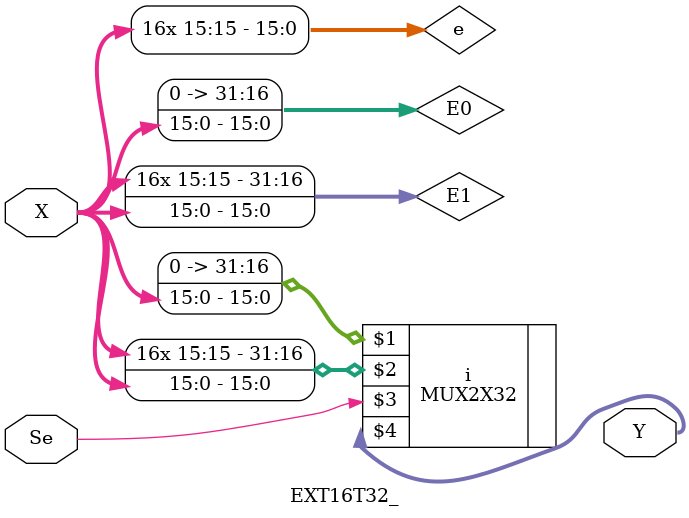
<source format=v>
`timescale 1ns / 1ps


module EXT16T32_(X,Se,Y);
input[15:0] X;
input Se;
output [31:0]Y;
wire [31:0] E0,E1;
wire [15:0] e={16{X[15]}};
parameter z= 16'b0;
assign E0={z,X};
assign E1={e,X};
MUX2X32 i(E0,E1,Se,Y);
endmodule

</source>
